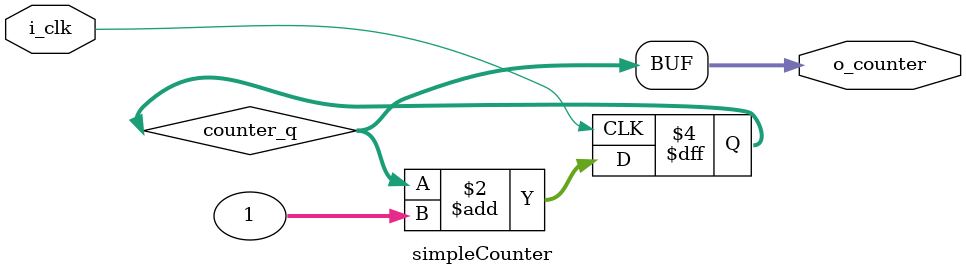
<source format=sv>

`default_nettype none

module simpleCounter
( input  var logic        i_clk
, output var logic [31:0] o_counter
);

  logic [31:0] counter_q;

  always_ff @(posedge i_clk)
    counter_q <= counter_q + 1;

  always_comb
    o_counter = counter_q;

endmodule

`resetall

</source>
